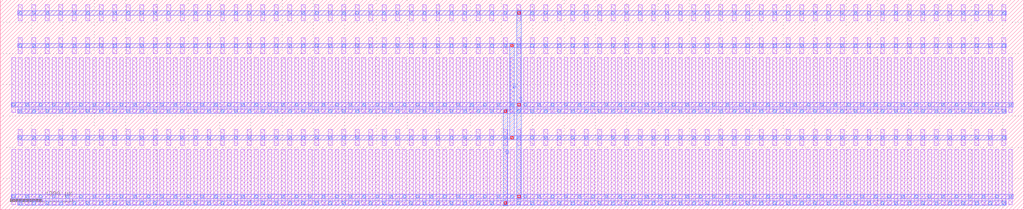
<source format=lef>
MACRO NMOS_S_12565100_X74_Y2
  UNITS 
    DATABASE MICRONS UNITS 1000;
  END UNITS 
  ORIGIN 0 0 ;
  FOREIGN NMOS_S_12565100_X74_Y2 0 0 ;
  SIZE 65360 BY 13440 ;
  PIN D
    DIRECTION INOUT ;
    USE SIGNAL ;
    PORT
      LAYER M3 ;
        RECT 32110 260 32390 6460 ;
    END
  END D
  PIN G
    DIRECTION INOUT ;
    USE SIGNAL ;
    PORT
      LAYER M3 ;
        RECT 32540 4460 32820 10660 ;
    END
  END G
  PIN S
    DIRECTION INOUT ;
    USE SIGNAL ;
    PORT
      LAYER M3 ;
        RECT 32970 680 33250 12760 ;
    END
  END S
  OBS
    LAYER M1 ;
      RECT 1165 335 1415 3865 ;
    LAYER M1 ;
      RECT 1165 4115 1415 5125 ;
    LAYER M1 ;
      RECT 1165 6215 1415 9745 ;
    LAYER M1 ;
      RECT 1165 9995 1415 11005 ;
    LAYER M1 ;
      RECT 1165 12095 1415 13105 ;
    LAYER M1 ;
      RECT 735 335 985 3865 ;
    LAYER M1 ;
      RECT 735 6215 985 9745 ;
    LAYER M1 ;
      RECT 1595 335 1845 3865 ;
    LAYER M1 ;
      RECT 1595 6215 1845 9745 ;
    LAYER M1 ;
      RECT 2025 335 2275 3865 ;
    LAYER M1 ;
      RECT 2025 4115 2275 5125 ;
    LAYER M1 ;
      RECT 2025 6215 2275 9745 ;
    LAYER M1 ;
      RECT 2025 9995 2275 11005 ;
    LAYER M1 ;
      RECT 2025 12095 2275 13105 ;
    LAYER M1 ;
      RECT 2455 335 2705 3865 ;
    LAYER M1 ;
      RECT 2455 6215 2705 9745 ;
    LAYER M1 ;
      RECT 2885 335 3135 3865 ;
    LAYER M1 ;
      RECT 2885 4115 3135 5125 ;
    LAYER M1 ;
      RECT 2885 6215 3135 9745 ;
    LAYER M1 ;
      RECT 2885 9995 3135 11005 ;
    LAYER M1 ;
      RECT 2885 12095 3135 13105 ;
    LAYER M1 ;
      RECT 3315 335 3565 3865 ;
    LAYER M1 ;
      RECT 3315 6215 3565 9745 ;
    LAYER M1 ;
      RECT 3745 335 3995 3865 ;
    LAYER M1 ;
      RECT 3745 4115 3995 5125 ;
    LAYER M1 ;
      RECT 3745 6215 3995 9745 ;
    LAYER M1 ;
      RECT 3745 9995 3995 11005 ;
    LAYER M1 ;
      RECT 3745 12095 3995 13105 ;
    LAYER M1 ;
      RECT 4175 335 4425 3865 ;
    LAYER M1 ;
      RECT 4175 6215 4425 9745 ;
    LAYER M1 ;
      RECT 4605 335 4855 3865 ;
    LAYER M1 ;
      RECT 4605 4115 4855 5125 ;
    LAYER M1 ;
      RECT 4605 6215 4855 9745 ;
    LAYER M1 ;
      RECT 4605 9995 4855 11005 ;
    LAYER M1 ;
      RECT 4605 12095 4855 13105 ;
    LAYER M1 ;
      RECT 5035 335 5285 3865 ;
    LAYER M1 ;
      RECT 5035 6215 5285 9745 ;
    LAYER M1 ;
      RECT 5465 335 5715 3865 ;
    LAYER M1 ;
      RECT 5465 4115 5715 5125 ;
    LAYER M1 ;
      RECT 5465 6215 5715 9745 ;
    LAYER M1 ;
      RECT 5465 9995 5715 11005 ;
    LAYER M1 ;
      RECT 5465 12095 5715 13105 ;
    LAYER M1 ;
      RECT 5895 335 6145 3865 ;
    LAYER M1 ;
      RECT 5895 6215 6145 9745 ;
    LAYER M1 ;
      RECT 6325 335 6575 3865 ;
    LAYER M1 ;
      RECT 6325 4115 6575 5125 ;
    LAYER M1 ;
      RECT 6325 6215 6575 9745 ;
    LAYER M1 ;
      RECT 6325 9995 6575 11005 ;
    LAYER M1 ;
      RECT 6325 12095 6575 13105 ;
    LAYER M1 ;
      RECT 6755 335 7005 3865 ;
    LAYER M1 ;
      RECT 6755 6215 7005 9745 ;
    LAYER M1 ;
      RECT 7185 335 7435 3865 ;
    LAYER M1 ;
      RECT 7185 4115 7435 5125 ;
    LAYER M1 ;
      RECT 7185 6215 7435 9745 ;
    LAYER M1 ;
      RECT 7185 9995 7435 11005 ;
    LAYER M1 ;
      RECT 7185 12095 7435 13105 ;
    LAYER M1 ;
      RECT 7615 335 7865 3865 ;
    LAYER M1 ;
      RECT 7615 6215 7865 9745 ;
    LAYER M1 ;
      RECT 8045 335 8295 3865 ;
    LAYER M1 ;
      RECT 8045 4115 8295 5125 ;
    LAYER M1 ;
      RECT 8045 6215 8295 9745 ;
    LAYER M1 ;
      RECT 8045 9995 8295 11005 ;
    LAYER M1 ;
      RECT 8045 12095 8295 13105 ;
    LAYER M1 ;
      RECT 8475 335 8725 3865 ;
    LAYER M1 ;
      RECT 8475 6215 8725 9745 ;
    LAYER M1 ;
      RECT 8905 335 9155 3865 ;
    LAYER M1 ;
      RECT 8905 4115 9155 5125 ;
    LAYER M1 ;
      RECT 8905 6215 9155 9745 ;
    LAYER M1 ;
      RECT 8905 9995 9155 11005 ;
    LAYER M1 ;
      RECT 8905 12095 9155 13105 ;
    LAYER M1 ;
      RECT 9335 335 9585 3865 ;
    LAYER M1 ;
      RECT 9335 6215 9585 9745 ;
    LAYER M1 ;
      RECT 9765 335 10015 3865 ;
    LAYER M1 ;
      RECT 9765 4115 10015 5125 ;
    LAYER M1 ;
      RECT 9765 6215 10015 9745 ;
    LAYER M1 ;
      RECT 9765 9995 10015 11005 ;
    LAYER M1 ;
      RECT 9765 12095 10015 13105 ;
    LAYER M1 ;
      RECT 10195 335 10445 3865 ;
    LAYER M1 ;
      RECT 10195 6215 10445 9745 ;
    LAYER M1 ;
      RECT 10625 335 10875 3865 ;
    LAYER M1 ;
      RECT 10625 4115 10875 5125 ;
    LAYER M1 ;
      RECT 10625 6215 10875 9745 ;
    LAYER M1 ;
      RECT 10625 9995 10875 11005 ;
    LAYER M1 ;
      RECT 10625 12095 10875 13105 ;
    LAYER M1 ;
      RECT 11055 335 11305 3865 ;
    LAYER M1 ;
      RECT 11055 6215 11305 9745 ;
    LAYER M1 ;
      RECT 11485 335 11735 3865 ;
    LAYER M1 ;
      RECT 11485 4115 11735 5125 ;
    LAYER M1 ;
      RECT 11485 6215 11735 9745 ;
    LAYER M1 ;
      RECT 11485 9995 11735 11005 ;
    LAYER M1 ;
      RECT 11485 12095 11735 13105 ;
    LAYER M1 ;
      RECT 11915 335 12165 3865 ;
    LAYER M1 ;
      RECT 11915 6215 12165 9745 ;
    LAYER M1 ;
      RECT 12345 335 12595 3865 ;
    LAYER M1 ;
      RECT 12345 4115 12595 5125 ;
    LAYER M1 ;
      RECT 12345 6215 12595 9745 ;
    LAYER M1 ;
      RECT 12345 9995 12595 11005 ;
    LAYER M1 ;
      RECT 12345 12095 12595 13105 ;
    LAYER M1 ;
      RECT 12775 335 13025 3865 ;
    LAYER M1 ;
      RECT 12775 6215 13025 9745 ;
    LAYER M1 ;
      RECT 13205 335 13455 3865 ;
    LAYER M1 ;
      RECT 13205 4115 13455 5125 ;
    LAYER M1 ;
      RECT 13205 6215 13455 9745 ;
    LAYER M1 ;
      RECT 13205 9995 13455 11005 ;
    LAYER M1 ;
      RECT 13205 12095 13455 13105 ;
    LAYER M1 ;
      RECT 13635 335 13885 3865 ;
    LAYER M1 ;
      RECT 13635 6215 13885 9745 ;
    LAYER M1 ;
      RECT 14065 335 14315 3865 ;
    LAYER M1 ;
      RECT 14065 4115 14315 5125 ;
    LAYER M1 ;
      RECT 14065 6215 14315 9745 ;
    LAYER M1 ;
      RECT 14065 9995 14315 11005 ;
    LAYER M1 ;
      RECT 14065 12095 14315 13105 ;
    LAYER M1 ;
      RECT 14495 335 14745 3865 ;
    LAYER M1 ;
      RECT 14495 6215 14745 9745 ;
    LAYER M1 ;
      RECT 14925 335 15175 3865 ;
    LAYER M1 ;
      RECT 14925 4115 15175 5125 ;
    LAYER M1 ;
      RECT 14925 6215 15175 9745 ;
    LAYER M1 ;
      RECT 14925 9995 15175 11005 ;
    LAYER M1 ;
      RECT 14925 12095 15175 13105 ;
    LAYER M1 ;
      RECT 15355 335 15605 3865 ;
    LAYER M1 ;
      RECT 15355 6215 15605 9745 ;
    LAYER M1 ;
      RECT 15785 335 16035 3865 ;
    LAYER M1 ;
      RECT 15785 4115 16035 5125 ;
    LAYER M1 ;
      RECT 15785 6215 16035 9745 ;
    LAYER M1 ;
      RECT 15785 9995 16035 11005 ;
    LAYER M1 ;
      RECT 15785 12095 16035 13105 ;
    LAYER M1 ;
      RECT 16215 335 16465 3865 ;
    LAYER M1 ;
      RECT 16215 6215 16465 9745 ;
    LAYER M1 ;
      RECT 16645 335 16895 3865 ;
    LAYER M1 ;
      RECT 16645 4115 16895 5125 ;
    LAYER M1 ;
      RECT 16645 6215 16895 9745 ;
    LAYER M1 ;
      RECT 16645 9995 16895 11005 ;
    LAYER M1 ;
      RECT 16645 12095 16895 13105 ;
    LAYER M1 ;
      RECT 17075 335 17325 3865 ;
    LAYER M1 ;
      RECT 17075 6215 17325 9745 ;
    LAYER M1 ;
      RECT 17505 335 17755 3865 ;
    LAYER M1 ;
      RECT 17505 4115 17755 5125 ;
    LAYER M1 ;
      RECT 17505 6215 17755 9745 ;
    LAYER M1 ;
      RECT 17505 9995 17755 11005 ;
    LAYER M1 ;
      RECT 17505 12095 17755 13105 ;
    LAYER M1 ;
      RECT 17935 335 18185 3865 ;
    LAYER M1 ;
      RECT 17935 6215 18185 9745 ;
    LAYER M1 ;
      RECT 18365 335 18615 3865 ;
    LAYER M1 ;
      RECT 18365 4115 18615 5125 ;
    LAYER M1 ;
      RECT 18365 6215 18615 9745 ;
    LAYER M1 ;
      RECT 18365 9995 18615 11005 ;
    LAYER M1 ;
      RECT 18365 12095 18615 13105 ;
    LAYER M1 ;
      RECT 18795 335 19045 3865 ;
    LAYER M1 ;
      RECT 18795 6215 19045 9745 ;
    LAYER M1 ;
      RECT 19225 335 19475 3865 ;
    LAYER M1 ;
      RECT 19225 4115 19475 5125 ;
    LAYER M1 ;
      RECT 19225 6215 19475 9745 ;
    LAYER M1 ;
      RECT 19225 9995 19475 11005 ;
    LAYER M1 ;
      RECT 19225 12095 19475 13105 ;
    LAYER M1 ;
      RECT 19655 335 19905 3865 ;
    LAYER M1 ;
      RECT 19655 6215 19905 9745 ;
    LAYER M1 ;
      RECT 20085 335 20335 3865 ;
    LAYER M1 ;
      RECT 20085 4115 20335 5125 ;
    LAYER M1 ;
      RECT 20085 6215 20335 9745 ;
    LAYER M1 ;
      RECT 20085 9995 20335 11005 ;
    LAYER M1 ;
      RECT 20085 12095 20335 13105 ;
    LAYER M1 ;
      RECT 20515 335 20765 3865 ;
    LAYER M1 ;
      RECT 20515 6215 20765 9745 ;
    LAYER M1 ;
      RECT 20945 335 21195 3865 ;
    LAYER M1 ;
      RECT 20945 4115 21195 5125 ;
    LAYER M1 ;
      RECT 20945 6215 21195 9745 ;
    LAYER M1 ;
      RECT 20945 9995 21195 11005 ;
    LAYER M1 ;
      RECT 20945 12095 21195 13105 ;
    LAYER M1 ;
      RECT 21375 335 21625 3865 ;
    LAYER M1 ;
      RECT 21375 6215 21625 9745 ;
    LAYER M1 ;
      RECT 21805 335 22055 3865 ;
    LAYER M1 ;
      RECT 21805 4115 22055 5125 ;
    LAYER M1 ;
      RECT 21805 6215 22055 9745 ;
    LAYER M1 ;
      RECT 21805 9995 22055 11005 ;
    LAYER M1 ;
      RECT 21805 12095 22055 13105 ;
    LAYER M1 ;
      RECT 22235 335 22485 3865 ;
    LAYER M1 ;
      RECT 22235 6215 22485 9745 ;
    LAYER M1 ;
      RECT 22665 335 22915 3865 ;
    LAYER M1 ;
      RECT 22665 4115 22915 5125 ;
    LAYER M1 ;
      RECT 22665 6215 22915 9745 ;
    LAYER M1 ;
      RECT 22665 9995 22915 11005 ;
    LAYER M1 ;
      RECT 22665 12095 22915 13105 ;
    LAYER M1 ;
      RECT 23095 335 23345 3865 ;
    LAYER M1 ;
      RECT 23095 6215 23345 9745 ;
    LAYER M1 ;
      RECT 23525 335 23775 3865 ;
    LAYER M1 ;
      RECT 23525 4115 23775 5125 ;
    LAYER M1 ;
      RECT 23525 6215 23775 9745 ;
    LAYER M1 ;
      RECT 23525 9995 23775 11005 ;
    LAYER M1 ;
      RECT 23525 12095 23775 13105 ;
    LAYER M1 ;
      RECT 23955 335 24205 3865 ;
    LAYER M1 ;
      RECT 23955 6215 24205 9745 ;
    LAYER M1 ;
      RECT 24385 335 24635 3865 ;
    LAYER M1 ;
      RECT 24385 4115 24635 5125 ;
    LAYER M1 ;
      RECT 24385 6215 24635 9745 ;
    LAYER M1 ;
      RECT 24385 9995 24635 11005 ;
    LAYER M1 ;
      RECT 24385 12095 24635 13105 ;
    LAYER M1 ;
      RECT 24815 335 25065 3865 ;
    LAYER M1 ;
      RECT 24815 6215 25065 9745 ;
    LAYER M1 ;
      RECT 25245 335 25495 3865 ;
    LAYER M1 ;
      RECT 25245 4115 25495 5125 ;
    LAYER M1 ;
      RECT 25245 6215 25495 9745 ;
    LAYER M1 ;
      RECT 25245 9995 25495 11005 ;
    LAYER M1 ;
      RECT 25245 12095 25495 13105 ;
    LAYER M1 ;
      RECT 25675 335 25925 3865 ;
    LAYER M1 ;
      RECT 25675 6215 25925 9745 ;
    LAYER M1 ;
      RECT 26105 335 26355 3865 ;
    LAYER M1 ;
      RECT 26105 4115 26355 5125 ;
    LAYER M1 ;
      RECT 26105 6215 26355 9745 ;
    LAYER M1 ;
      RECT 26105 9995 26355 11005 ;
    LAYER M1 ;
      RECT 26105 12095 26355 13105 ;
    LAYER M1 ;
      RECT 26535 335 26785 3865 ;
    LAYER M1 ;
      RECT 26535 6215 26785 9745 ;
    LAYER M1 ;
      RECT 26965 335 27215 3865 ;
    LAYER M1 ;
      RECT 26965 4115 27215 5125 ;
    LAYER M1 ;
      RECT 26965 6215 27215 9745 ;
    LAYER M1 ;
      RECT 26965 9995 27215 11005 ;
    LAYER M1 ;
      RECT 26965 12095 27215 13105 ;
    LAYER M1 ;
      RECT 27395 335 27645 3865 ;
    LAYER M1 ;
      RECT 27395 6215 27645 9745 ;
    LAYER M1 ;
      RECT 27825 335 28075 3865 ;
    LAYER M1 ;
      RECT 27825 4115 28075 5125 ;
    LAYER M1 ;
      RECT 27825 6215 28075 9745 ;
    LAYER M1 ;
      RECT 27825 9995 28075 11005 ;
    LAYER M1 ;
      RECT 27825 12095 28075 13105 ;
    LAYER M1 ;
      RECT 28255 335 28505 3865 ;
    LAYER M1 ;
      RECT 28255 6215 28505 9745 ;
    LAYER M1 ;
      RECT 28685 335 28935 3865 ;
    LAYER M1 ;
      RECT 28685 4115 28935 5125 ;
    LAYER M1 ;
      RECT 28685 6215 28935 9745 ;
    LAYER M1 ;
      RECT 28685 9995 28935 11005 ;
    LAYER M1 ;
      RECT 28685 12095 28935 13105 ;
    LAYER M1 ;
      RECT 29115 335 29365 3865 ;
    LAYER M1 ;
      RECT 29115 6215 29365 9745 ;
    LAYER M1 ;
      RECT 29545 335 29795 3865 ;
    LAYER M1 ;
      RECT 29545 4115 29795 5125 ;
    LAYER M1 ;
      RECT 29545 6215 29795 9745 ;
    LAYER M1 ;
      RECT 29545 9995 29795 11005 ;
    LAYER M1 ;
      RECT 29545 12095 29795 13105 ;
    LAYER M1 ;
      RECT 29975 335 30225 3865 ;
    LAYER M1 ;
      RECT 29975 6215 30225 9745 ;
    LAYER M1 ;
      RECT 30405 335 30655 3865 ;
    LAYER M1 ;
      RECT 30405 4115 30655 5125 ;
    LAYER M1 ;
      RECT 30405 6215 30655 9745 ;
    LAYER M1 ;
      RECT 30405 9995 30655 11005 ;
    LAYER M1 ;
      RECT 30405 12095 30655 13105 ;
    LAYER M1 ;
      RECT 30835 335 31085 3865 ;
    LAYER M1 ;
      RECT 30835 6215 31085 9745 ;
    LAYER M1 ;
      RECT 31265 335 31515 3865 ;
    LAYER M1 ;
      RECT 31265 4115 31515 5125 ;
    LAYER M1 ;
      RECT 31265 6215 31515 9745 ;
    LAYER M1 ;
      RECT 31265 9995 31515 11005 ;
    LAYER M1 ;
      RECT 31265 12095 31515 13105 ;
    LAYER M1 ;
      RECT 31695 335 31945 3865 ;
    LAYER M1 ;
      RECT 31695 6215 31945 9745 ;
    LAYER M1 ;
      RECT 32125 335 32375 3865 ;
    LAYER M1 ;
      RECT 32125 4115 32375 5125 ;
    LAYER M1 ;
      RECT 32125 6215 32375 9745 ;
    LAYER M1 ;
      RECT 32125 9995 32375 11005 ;
    LAYER M1 ;
      RECT 32125 12095 32375 13105 ;
    LAYER M1 ;
      RECT 32555 335 32805 3865 ;
    LAYER M1 ;
      RECT 32555 6215 32805 9745 ;
    LAYER M1 ;
      RECT 32985 335 33235 3865 ;
    LAYER M1 ;
      RECT 32985 4115 33235 5125 ;
    LAYER M1 ;
      RECT 32985 6215 33235 9745 ;
    LAYER M1 ;
      RECT 32985 9995 33235 11005 ;
    LAYER M1 ;
      RECT 32985 12095 33235 13105 ;
    LAYER M1 ;
      RECT 33415 335 33665 3865 ;
    LAYER M1 ;
      RECT 33415 6215 33665 9745 ;
    LAYER M1 ;
      RECT 33845 335 34095 3865 ;
    LAYER M1 ;
      RECT 33845 4115 34095 5125 ;
    LAYER M1 ;
      RECT 33845 6215 34095 9745 ;
    LAYER M1 ;
      RECT 33845 9995 34095 11005 ;
    LAYER M1 ;
      RECT 33845 12095 34095 13105 ;
    LAYER M1 ;
      RECT 34275 335 34525 3865 ;
    LAYER M1 ;
      RECT 34275 6215 34525 9745 ;
    LAYER M1 ;
      RECT 34705 335 34955 3865 ;
    LAYER M1 ;
      RECT 34705 4115 34955 5125 ;
    LAYER M1 ;
      RECT 34705 6215 34955 9745 ;
    LAYER M1 ;
      RECT 34705 9995 34955 11005 ;
    LAYER M1 ;
      RECT 34705 12095 34955 13105 ;
    LAYER M1 ;
      RECT 35135 335 35385 3865 ;
    LAYER M1 ;
      RECT 35135 6215 35385 9745 ;
    LAYER M1 ;
      RECT 35565 335 35815 3865 ;
    LAYER M1 ;
      RECT 35565 4115 35815 5125 ;
    LAYER M1 ;
      RECT 35565 6215 35815 9745 ;
    LAYER M1 ;
      RECT 35565 9995 35815 11005 ;
    LAYER M1 ;
      RECT 35565 12095 35815 13105 ;
    LAYER M1 ;
      RECT 35995 335 36245 3865 ;
    LAYER M1 ;
      RECT 35995 6215 36245 9745 ;
    LAYER M1 ;
      RECT 36425 335 36675 3865 ;
    LAYER M1 ;
      RECT 36425 4115 36675 5125 ;
    LAYER M1 ;
      RECT 36425 6215 36675 9745 ;
    LAYER M1 ;
      RECT 36425 9995 36675 11005 ;
    LAYER M1 ;
      RECT 36425 12095 36675 13105 ;
    LAYER M1 ;
      RECT 36855 335 37105 3865 ;
    LAYER M1 ;
      RECT 36855 6215 37105 9745 ;
    LAYER M1 ;
      RECT 37285 335 37535 3865 ;
    LAYER M1 ;
      RECT 37285 4115 37535 5125 ;
    LAYER M1 ;
      RECT 37285 6215 37535 9745 ;
    LAYER M1 ;
      RECT 37285 9995 37535 11005 ;
    LAYER M1 ;
      RECT 37285 12095 37535 13105 ;
    LAYER M1 ;
      RECT 37715 335 37965 3865 ;
    LAYER M1 ;
      RECT 37715 6215 37965 9745 ;
    LAYER M1 ;
      RECT 38145 335 38395 3865 ;
    LAYER M1 ;
      RECT 38145 4115 38395 5125 ;
    LAYER M1 ;
      RECT 38145 6215 38395 9745 ;
    LAYER M1 ;
      RECT 38145 9995 38395 11005 ;
    LAYER M1 ;
      RECT 38145 12095 38395 13105 ;
    LAYER M1 ;
      RECT 38575 335 38825 3865 ;
    LAYER M1 ;
      RECT 38575 6215 38825 9745 ;
    LAYER M1 ;
      RECT 39005 335 39255 3865 ;
    LAYER M1 ;
      RECT 39005 4115 39255 5125 ;
    LAYER M1 ;
      RECT 39005 6215 39255 9745 ;
    LAYER M1 ;
      RECT 39005 9995 39255 11005 ;
    LAYER M1 ;
      RECT 39005 12095 39255 13105 ;
    LAYER M1 ;
      RECT 39435 335 39685 3865 ;
    LAYER M1 ;
      RECT 39435 6215 39685 9745 ;
    LAYER M1 ;
      RECT 39865 335 40115 3865 ;
    LAYER M1 ;
      RECT 39865 4115 40115 5125 ;
    LAYER M1 ;
      RECT 39865 6215 40115 9745 ;
    LAYER M1 ;
      RECT 39865 9995 40115 11005 ;
    LAYER M1 ;
      RECT 39865 12095 40115 13105 ;
    LAYER M1 ;
      RECT 40295 335 40545 3865 ;
    LAYER M1 ;
      RECT 40295 6215 40545 9745 ;
    LAYER M1 ;
      RECT 40725 335 40975 3865 ;
    LAYER M1 ;
      RECT 40725 4115 40975 5125 ;
    LAYER M1 ;
      RECT 40725 6215 40975 9745 ;
    LAYER M1 ;
      RECT 40725 9995 40975 11005 ;
    LAYER M1 ;
      RECT 40725 12095 40975 13105 ;
    LAYER M1 ;
      RECT 41155 335 41405 3865 ;
    LAYER M1 ;
      RECT 41155 6215 41405 9745 ;
    LAYER M1 ;
      RECT 41585 335 41835 3865 ;
    LAYER M1 ;
      RECT 41585 4115 41835 5125 ;
    LAYER M1 ;
      RECT 41585 6215 41835 9745 ;
    LAYER M1 ;
      RECT 41585 9995 41835 11005 ;
    LAYER M1 ;
      RECT 41585 12095 41835 13105 ;
    LAYER M1 ;
      RECT 42015 335 42265 3865 ;
    LAYER M1 ;
      RECT 42015 6215 42265 9745 ;
    LAYER M1 ;
      RECT 42445 335 42695 3865 ;
    LAYER M1 ;
      RECT 42445 4115 42695 5125 ;
    LAYER M1 ;
      RECT 42445 6215 42695 9745 ;
    LAYER M1 ;
      RECT 42445 9995 42695 11005 ;
    LAYER M1 ;
      RECT 42445 12095 42695 13105 ;
    LAYER M1 ;
      RECT 42875 335 43125 3865 ;
    LAYER M1 ;
      RECT 42875 6215 43125 9745 ;
    LAYER M1 ;
      RECT 43305 335 43555 3865 ;
    LAYER M1 ;
      RECT 43305 4115 43555 5125 ;
    LAYER M1 ;
      RECT 43305 6215 43555 9745 ;
    LAYER M1 ;
      RECT 43305 9995 43555 11005 ;
    LAYER M1 ;
      RECT 43305 12095 43555 13105 ;
    LAYER M1 ;
      RECT 43735 335 43985 3865 ;
    LAYER M1 ;
      RECT 43735 6215 43985 9745 ;
    LAYER M1 ;
      RECT 44165 335 44415 3865 ;
    LAYER M1 ;
      RECT 44165 4115 44415 5125 ;
    LAYER M1 ;
      RECT 44165 6215 44415 9745 ;
    LAYER M1 ;
      RECT 44165 9995 44415 11005 ;
    LAYER M1 ;
      RECT 44165 12095 44415 13105 ;
    LAYER M1 ;
      RECT 44595 335 44845 3865 ;
    LAYER M1 ;
      RECT 44595 6215 44845 9745 ;
    LAYER M1 ;
      RECT 45025 335 45275 3865 ;
    LAYER M1 ;
      RECT 45025 4115 45275 5125 ;
    LAYER M1 ;
      RECT 45025 6215 45275 9745 ;
    LAYER M1 ;
      RECT 45025 9995 45275 11005 ;
    LAYER M1 ;
      RECT 45025 12095 45275 13105 ;
    LAYER M1 ;
      RECT 45455 335 45705 3865 ;
    LAYER M1 ;
      RECT 45455 6215 45705 9745 ;
    LAYER M1 ;
      RECT 45885 335 46135 3865 ;
    LAYER M1 ;
      RECT 45885 4115 46135 5125 ;
    LAYER M1 ;
      RECT 45885 6215 46135 9745 ;
    LAYER M1 ;
      RECT 45885 9995 46135 11005 ;
    LAYER M1 ;
      RECT 45885 12095 46135 13105 ;
    LAYER M1 ;
      RECT 46315 335 46565 3865 ;
    LAYER M1 ;
      RECT 46315 6215 46565 9745 ;
    LAYER M1 ;
      RECT 46745 335 46995 3865 ;
    LAYER M1 ;
      RECT 46745 4115 46995 5125 ;
    LAYER M1 ;
      RECT 46745 6215 46995 9745 ;
    LAYER M1 ;
      RECT 46745 9995 46995 11005 ;
    LAYER M1 ;
      RECT 46745 12095 46995 13105 ;
    LAYER M1 ;
      RECT 47175 335 47425 3865 ;
    LAYER M1 ;
      RECT 47175 6215 47425 9745 ;
    LAYER M1 ;
      RECT 47605 335 47855 3865 ;
    LAYER M1 ;
      RECT 47605 4115 47855 5125 ;
    LAYER M1 ;
      RECT 47605 6215 47855 9745 ;
    LAYER M1 ;
      RECT 47605 9995 47855 11005 ;
    LAYER M1 ;
      RECT 47605 12095 47855 13105 ;
    LAYER M1 ;
      RECT 48035 335 48285 3865 ;
    LAYER M1 ;
      RECT 48035 6215 48285 9745 ;
    LAYER M1 ;
      RECT 48465 335 48715 3865 ;
    LAYER M1 ;
      RECT 48465 4115 48715 5125 ;
    LAYER M1 ;
      RECT 48465 6215 48715 9745 ;
    LAYER M1 ;
      RECT 48465 9995 48715 11005 ;
    LAYER M1 ;
      RECT 48465 12095 48715 13105 ;
    LAYER M1 ;
      RECT 48895 335 49145 3865 ;
    LAYER M1 ;
      RECT 48895 6215 49145 9745 ;
    LAYER M1 ;
      RECT 49325 335 49575 3865 ;
    LAYER M1 ;
      RECT 49325 4115 49575 5125 ;
    LAYER M1 ;
      RECT 49325 6215 49575 9745 ;
    LAYER M1 ;
      RECT 49325 9995 49575 11005 ;
    LAYER M1 ;
      RECT 49325 12095 49575 13105 ;
    LAYER M1 ;
      RECT 49755 335 50005 3865 ;
    LAYER M1 ;
      RECT 49755 6215 50005 9745 ;
    LAYER M1 ;
      RECT 50185 335 50435 3865 ;
    LAYER M1 ;
      RECT 50185 4115 50435 5125 ;
    LAYER M1 ;
      RECT 50185 6215 50435 9745 ;
    LAYER M1 ;
      RECT 50185 9995 50435 11005 ;
    LAYER M1 ;
      RECT 50185 12095 50435 13105 ;
    LAYER M1 ;
      RECT 50615 335 50865 3865 ;
    LAYER M1 ;
      RECT 50615 6215 50865 9745 ;
    LAYER M1 ;
      RECT 51045 335 51295 3865 ;
    LAYER M1 ;
      RECT 51045 4115 51295 5125 ;
    LAYER M1 ;
      RECT 51045 6215 51295 9745 ;
    LAYER M1 ;
      RECT 51045 9995 51295 11005 ;
    LAYER M1 ;
      RECT 51045 12095 51295 13105 ;
    LAYER M1 ;
      RECT 51475 335 51725 3865 ;
    LAYER M1 ;
      RECT 51475 6215 51725 9745 ;
    LAYER M1 ;
      RECT 51905 335 52155 3865 ;
    LAYER M1 ;
      RECT 51905 4115 52155 5125 ;
    LAYER M1 ;
      RECT 51905 6215 52155 9745 ;
    LAYER M1 ;
      RECT 51905 9995 52155 11005 ;
    LAYER M1 ;
      RECT 51905 12095 52155 13105 ;
    LAYER M1 ;
      RECT 52335 335 52585 3865 ;
    LAYER M1 ;
      RECT 52335 6215 52585 9745 ;
    LAYER M1 ;
      RECT 52765 335 53015 3865 ;
    LAYER M1 ;
      RECT 52765 4115 53015 5125 ;
    LAYER M1 ;
      RECT 52765 6215 53015 9745 ;
    LAYER M1 ;
      RECT 52765 9995 53015 11005 ;
    LAYER M1 ;
      RECT 52765 12095 53015 13105 ;
    LAYER M1 ;
      RECT 53195 335 53445 3865 ;
    LAYER M1 ;
      RECT 53195 6215 53445 9745 ;
    LAYER M1 ;
      RECT 53625 335 53875 3865 ;
    LAYER M1 ;
      RECT 53625 4115 53875 5125 ;
    LAYER M1 ;
      RECT 53625 6215 53875 9745 ;
    LAYER M1 ;
      RECT 53625 9995 53875 11005 ;
    LAYER M1 ;
      RECT 53625 12095 53875 13105 ;
    LAYER M1 ;
      RECT 54055 335 54305 3865 ;
    LAYER M1 ;
      RECT 54055 6215 54305 9745 ;
    LAYER M1 ;
      RECT 54485 335 54735 3865 ;
    LAYER M1 ;
      RECT 54485 4115 54735 5125 ;
    LAYER M1 ;
      RECT 54485 6215 54735 9745 ;
    LAYER M1 ;
      RECT 54485 9995 54735 11005 ;
    LAYER M1 ;
      RECT 54485 12095 54735 13105 ;
    LAYER M1 ;
      RECT 54915 335 55165 3865 ;
    LAYER M1 ;
      RECT 54915 6215 55165 9745 ;
    LAYER M1 ;
      RECT 55345 335 55595 3865 ;
    LAYER M1 ;
      RECT 55345 4115 55595 5125 ;
    LAYER M1 ;
      RECT 55345 6215 55595 9745 ;
    LAYER M1 ;
      RECT 55345 9995 55595 11005 ;
    LAYER M1 ;
      RECT 55345 12095 55595 13105 ;
    LAYER M1 ;
      RECT 55775 335 56025 3865 ;
    LAYER M1 ;
      RECT 55775 6215 56025 9745 ;
    LAYER M1 ;
      RECT 56205 335 56455 3865 ;
    LAYER M1 ;
      RECT 56205 4115 56455 5125 ;
    LAYER M1 ;
      RECT 56205 6215 56455 9745 ;
    LAYER M1 ;
      RECT 56205 9995 56455 11005 ;
    LAYER M1 ;
      RECT 56205 12095 56455 13105 ;
    LAYER M1 ;
      RECT 56635 335 56885 3865 ;
    LAYER M1 ;
      RECT 56635 6215 56885 9745 ;
    LAYER M1 ;
      RECT 57065 335 57315 3865 ;
    LAYER M1 ;
      RECT 57065 4115 57315 5125 ;
    LAYER M1 ;
      RECT 57065 6215 57315 9745 ;
    LAYER M1 ;
      RECT 57065 9995 57315 11005 ;
    LAYER M1 ;
      RECT 57065 12095 57315 13105 ;
    LAYER M1 ;
      RECT 57495 335 57745 3865 ;
    LAYER M1 ;
      RECT 57495 6215 57745 9745 ;
    LAYER M1 ;
      RECT 57925 335 58175 3865 ;
    LAYER M1 ;
      RECT 57925 4115 58175 5125 ;
    LAYER M1 ;
      RECT 57925 6215 58175 9745 ;
    LAYER M1 ;
      RECT 57925 9995 58175 11005 ;
    LAYER M1 ;
      RECT 57925 12095 58175 13105 ;
    LAYER M1 ;
      RECT 58355 335 58605 3865 ;
    LAYER M1 ;
      RECT 58355 6215 58605 9745 ;
    LAYER M1 ;
      RECT 58785 335 59035 3865 ;
    LAYER M1 ;
      RECT 58785 4115 59035 5125 ;
    LAYER M1 ;
      RECT 58785 6215 59035 9745 ;
    LAYER M1 ;
      RECT 58785 9995 59035 11005 ;
    LAYER M1 ;
      RECT 58785 12095 59035 13105 ;
    LAYER M1 ;
      RECT 59215 335 59465 3865 ;
    LAYER M1 ;
      RECT 59215 6215 59465 9745 ;
    LAYER M1 ;
      RECT 59645 335 59895 3865 ;
    LAYER M1 ;
      RECT 59645 4115 59895 5125 ;
    LAYER M1 ;
      RECT 59645 6215 59895 9745 ;
    LAYER M1 ;
      RECT 59645 9995 59895 11005 ;
    LAYER M1 ;
      RECT 59645 12095 59895 13105 ;
    LAYER M1 ;
      RECT 60075 335 60325 3865 ;
    LAYER M1 ;
      RECT 60075 6215 60325 9745 ;
    LAYER M1 ;
      RECT 60505 335 60755 3865 ;
    LAYER M1 ;
      RECT 60505 4115 60755 5125 ;
    LAYER M1 ;
      RECT 60505 6215 60755 9745 ;
    LAYER M1 ;
      RECT 60505 9995 60755 11005 ;
    LAYER M1 ;
      RECT 60505 12095 60755 13105 ;
    LAYER M1 ;
      RECT 60935 335 61185 3865 ;
    LAYER M1 ;
      RECT 60935 6215 61185 9745 ;
    LAYER M1 ;
      RECT 61365 335 61615 3865 ;
    LAYER M1 ;
      RECT 61365 4115 61615 5125 ;
    LAYER M1 ;
      RECT 61365 6215 61615 9745 ;
    LAYER M1 ;
      RECT 61365 9995 61615 11005 ;
    LAYER M1 ;
      RECT 61365 12095 61615 13105 ;
    LAYER M1 ;
      RECT 61795 335 62045 3865 ;
    LAYER M1 ;
      RECT 61795 6215 62045 9745 ;
    LAYER M1 ;
      RECT 62225 335 62475 3865 ;
    LAYER M1 ;
      RECT 62225 4115 62475 5125 ;
    LAYER M1 ;
      RECT 62225 6215 62475 9745 ;
    LAYER M1 ;
      RECT 62225 9995 62475 11005 ;
    LAYER M1 ;
      RECT 62225 12095 62475 13105 ;
    LAYER M1 ;
      RECT 62655 335 62905 3865 ;
    LAYER M1 ;
      RECT 62655 6215 62905 9745 ;
    LAYER M1 ;
      RECT 63085 335 63335 3865 ;
    LAYER M1 ;
      RECT 63085 4115 63335 5125 ;
    LAYER M1 ;
      RECT 63085 6215 63335 9745 ;
    LAYER M1 ;
      RECT 63085 9995 63335 11005 ;
    LAYER M1 ;
      RECT 63085 12095 63335 13105 ;
    LAYER M1 ;
      RECT 63515 335 63765 3865 ;
    LAYER M1 ;
      RECT 63515 6215 63765 9745 ;
    LAYER M1 ;
      RECT 63945 335 64195 3865 ;
    LAYER M1 ;
      RECT 63945 4115 64195 5125 ;
    LAYER M1 ;
      RECT 63945 6215 64195 9745 ;
    LAYER M1 ;
      RECT 63945 9995 64195 11005 ;
    LAYER M1 ;
      RECT 63945 12095 64195 13105 ;
    LAYER M1 ;
      RECT 64375 335 64625 3865 ;
    LAYER M1 ;
      RECT 64375 6215 64625 9745 ;
    LAYER M2 ;
      RECT 1120 280 64240 560 ;
    LAYER M2 ;
      RECT 1120 4480 64240 4760 ;
    LAYER M2 ;
      RECT 690 700 64670 980 ;
    LAYER M2 ;
      RECT 1120 6160 64240 6440 ;
    LAYER M2 ;
      RECT 1120 10360 64240 10640 ;
    LAYER M2 ;
      RECT 1120 12460 64240 12740 ;
    LAYER M2 ;
      RECT 690 6580 64670 6860 ;
    LAYER V1 ;
      RECT 54525 335 54695 505 ;
    LAYER V1 ;
      RECT 54525 4535 54695 4705 ;
    LAYER V1 ;
      RECT 54525 6215 54695 6385 ;
    LAYER V1 ;
      RECT 54525 10415 54695 10585 ;
    LAYER V1 ;
      RECT 54525 12515 54695 12685 ;
    LAYER V1 ;
      RECT 55385 335 55555 505 ;
    LAYER V1 ;
      RECT 55385 4535 55555 4705 ;
    LAYER V1 ;
      RECT 55385 6215 55555 6385 ;
    LAYER V1 ;
      RECT 55385 10415 55555 10585 ;
    LAYER V1 ;
      RECT 55385 12515 55555 12685 ;
    LAYER V1 ;
      RECT 56245 335 56415 505 ;
    LAYER V1 ;
      RECT 56245 4535 56415 4705 ;
    LAYER V1 ;
      RECT 56245 6215 56415 6385 ;
    LAYER V1 ;
      RECT 56245 10415 56415 10585 ;
    LAYER V1 ;
      RECT 56245 12515 56415 12685 ;
    LAYER V1 ;
      RECT 1205 335 1375 505 ;
    LAYER V1 ;
      RECT 1205 4535 1375 4705 ;
    LAYER V1 ;
      RECT 1205 6215 1375 6385 ;
    LAYER V1 ;
      RECT 1205 10415 1375 10585 ;
    LAYER V1 ;
      RECT 1205 12515 1375 12685 ;
    LAYER V1 ;
      RECT 2065 335 2235 505 ;
    LAYER V1 ;
      RECT 2065 4535 2235 4705 ;
    LAYER V1 ;
      RECT 2065 6215 2235 6385 ;
    LAYER V1 ;
      RECT 2065 10415 2235 10585 ;
    LAYER V1 ;
      RECT 2065 12515 2235 12685 ;
    LAYER V1 ;
      RECT 57105 335 57275 505 ;
    LAYER V1 ;
      RECT 57105 4535 57275 4705 ;
    LAYER V1 ;
      RECT 57105 6215 57275 6385 ;
    LAYER V1 ;
      RECT 57105 10415 57275 10585 ;
    LAYER V1 ;
      RECT 57105 12515 57275 12685 ;
    LAYER V1 ;
      RECT 57965 335 58135 505 ;
    LAYER V1 ;
      RECT 57965 4535 58135 4705 ;
    LAYER V1 ;
      RECT 57965 6215 58135 6385 ;
    LAYER V1 ;
      RECT 57965 10415 58135 10585 ;
    LAYER V1 ;
      RECT 57965 12515 58135 12685 ;
    LAYER V1 ;
      RECT 2925 335 3095 505 ;
    LAYER V1 ;
      RECT 2925 4535 3095 4705 ;
    LAYER V1 ;
      RECT 2925 6215 3095 6385 ;
    LAYER V1 ;
      RECT 2925 10415 3095 10585 ;
    LAYER V1 ;
      RECT 2925 12515 3095 12685 ;
    LAYER V1 ;
      RECT 3785 335 3955 505 ;
    LAYER V1 ;
      RECT 3785 4535 3955 4705 ;
    LAYER V1 ;
      RECT 3785 6215 3955 6385 ;
    LAYER V1 ;
      RECT 3785 10415 3955 10585 ;
    LAYER V1 ;
      RECT 3785 12515 3955 12685 ;
    LAYER V1 ;
      RECT 58825 335 58995 505 ;
    LAYER V1 ;
      RECT 58825 4535 58995 4705 ;
    LAYER V1 ;
      RECT 58825 6215 58995 6385 ;
    LAYER V1 ;
      RECT 58825 10415 58995 10585 ;
    LAYER V1 ;
      RECT 58825 12515 58995 12685 ;
    LAYER V1 ;
      RECT 59685 335 59855 505 ;
    LAYER V1 ;
      RECT 59685 4535 59855 4705 ;
    LAYER V1 ;
      RECT 59685 6215 59855 6385 ;
    LAYER V1 ;
      RECT 59685 10415 59855 10585 ;
    LAYER V1 ;
      RECT 59685 12515 59855 12685 ;
    LAYER V1 ;
      RECT 4645 335 4815 505 ;
    LAYER V1 ;
      RECT 4645 4535 4815 4705 ;
    LAYER V1 ;
      RECT 4645 6215 4815 6385 ;
    LAYER V1 ;
      RECT 4645 10415 4815 10585 ;
    LAYER V1 ;
      RECT 4645 12515 4815 12685 ;
    LAYER V1 ;
      RECT 60545 335 60715 505 ;
    LAYER V1 ;
      RECT 60545 4535 60715 4705 ;
    LAYER V1 ;
      RECT 60545 6215 60715 6385 ;
    LAYER V1 ;
      RECT 60545 10415 60715 10585 ;
    LAYER V1 ;
      RECT 60545 12515 60715 12685 ;
    LAYER V1 ;
      RECT 5505 335 5675 505 ;
    LAYER V1 ;
      RECT 5505 4535 5675 4705 ;
    LAYER V1 ;
      RECT 5505 6215 5675 6385 ;
    LAYER V1 ;
      RECT 5505 10415 5675 10585 ;
    LAYER V1 ;
      RECT 5505 12515 5675 12685 ;
    LAYER V1 ;
      RECT 61405 335 61575 505 ;
    LAYER V1 ;
      RECT 61405 4535 61575 4705 ;
    LAYER V1 ;
      RECT 61405 6215 61575 6385 ;
    LAYER V1 ;
      RECT 61405 10415 61575 10585 ;
    LAYER V1 ;
      RECT 61405 12515 61575 12685 ;
    LAYER V1 ;
      RECT 6365 335 6535 505 ;
    LAYER V1 ;
      RECT 6365 4535 6535 4705 ;
    LAYER V1 ;
      RECT 6365 6215 6535 6385 ;
    LAYER V1 ;
      RECT 6365 10415 6535 10585 ;
    LAYER V1 ;
      RECT 6365 12515 6535 12685 ;
    LAYER V1 ;
      RECT 62265 335 62435 505 ;
    LAYER V1 ;
      RECT 62265 4535 62435 4705 ;
    LAYER V1 ;
      RECT 62265 6215 62435 6385 ;
    LAYER V1 ;
      RECT 62265 10415 62435 10585 ;
    LAYER V1 ;
      RECT 62265 12515 62435 12685 ;
    LAYER V1 ;
      RECT 7225 335 7395 505 ;
    LAYER V1 ;
      RECT 7225 4535 7395 4705 ;
    LAYER V1 ;
      RECT 7225 6215 7395 6385 ;
    LAYER V1 ;
      RECT 7225 10415 7395 10585 ;
    LAYER V1 ;
      RECT 7225 12515 7395 12685 ;
    LAYER V1 ;
      RECT 63125 335 63295 505 ;
    LAYER V1 ;
      RECT 63125 4535 63295 4705 ;
    LAYER V1 ;
      RECT 63125 6215 63295 6385 ;
    LAYER V1 ;
      RECT 63125 10415 63295 10585 ;
    LAYER V1 ;
      RECT 63125 12515 63295 12685 ;
    LAYER V1 ;
      RECT 8085 335 8255 505 ;
    LAYER V1 ;
      RECT 8085 4535 8255 4705 ;
    LAYER V1 ;
      RECT 8085 6215 8255 6385 ;
    LAYER V1 ;
      RECT 8085 10415 8255 10585 ;
    LAYER V1 ;
      RECT 8085 12515 8255 12685 ;
    LAYER V1 ;
      RECT 8945 335 9115 505 ;
    LAYER V1 ;
      RECT 8945 4535 9115 4705 ;
    LAYER V1 ;
      RECT 8945 6215 9115 6385 ;
    LAYER V1 ;
      RECT 8945 10415 9115 10585 ;
    LAYER V1 ;
      RECT 8945 12515 9115 12685 ;
    LAYER V1 ;
      RECT 63985 335 64155 505 ;
    LAYER V1 ;
      RECT 63985 4535 64155 4705 ;
    LAYER V1 ;
      RECT 63985 6215 64155 6385 ;
    LAYER V1 ;
      RECT 63985 10415 64155 10585 ;
    LAYER V1 ;
      RECT 63985 12515 64155 12685 ;
    LAYER V1 ;
      RECT 9805 335 9975 505 ;
    LAYER V1 ;
      RECT 9805 4535 9975 4705 ;
    LAYER V1 ;
      RECT 9805 6215 9975 6385 ;
    LAYER V1 ;
      RECT 9805 10415 9975 10585 ;
    LAYER V1 ;
      RECT 9805 12515 9975 12685 ;
    LAYER V1 ;
      RECT 10665 335 10835 505 ;
    LAYER V1 ;
      RECT 10665 4535 10835 4705 ;
    LAYER V1 ;
      RECT 10665 6215 10835 6385 ;
    LAYER V1 ;
      RECT 10665 10415 10835 10585 ;
    LAYER V1 ;
      RECT 10665 12515 10835 12685 ;
    LAYER V1 ;
      RECT 11525 335 11695 505 ;
    LAYER V1 ;
      RECT 11525 4535 11695 4705 ;
    LAYER V1 ;
      RECT 11525 6215 11695 6385 ;
    LAYER V1 ;
      RECT 11525 10415 11695 10585 ;
    LAYER V1 ;
      RECT 11525 12515 11695 12685 ;
    LAYER V1 ;
      RECT 12385 335 12555 505 ;
    LAYER V1 ;
      RECT 12385 4535 12555 4705 ;
    LAYER V1 ;
      RECT 12385 6215 12555 6385 ;
    LAYER V1 ;
      RECT 12385 10415 12555 10585 ;
    LAYER V1 ;
      RECT 12385 12515 12555 12685 ;
    LAYER V1 ;
      RECT 13245 335 13415 505 ;
    LAYER V1 ;
      RECT 13245 4535 13415 4705 ;
    LAYER V1 ;
      RECT 13245 6215 13415 6385 ;
    LAYER V1 ;
      RECT 13245 10415 13415 10585 ;
    LAYER V1 ;
      RECT 13245 12515 13415 12685 ;
    LAYER V1 ;
      RECT 14105 335 14275 505 ;
    LAYER V1 ;
      RECT 14105 4535 14275 4705 ;
    LAYER V1 ;
      RECT 14105 6215 14275 6385 ;
    LAYER V1 ;
      RECT 14105 10415 14275 10585 ;
    LAYER V1 ;
      RECT 14105 12515 14275 12685 ;
    LAYER V1 ;
      RECT 14965 335 15135 505 ;
    LAYER V1 ;
      RECT 14965 4535 15135 4705 ;
    LAYER V1 ;
      RECT 14965 6215 15135 6385 ;
    LAYER V1 ;
      RECT 14965 10415 15135 10585 ;
    LAYER V1 ;
      RECT 14965 12515 15135 12685 ;
    LAYER V1 ;
      RECT 15825 335 15995 505 ;
    LAYER V1 ;
      RECT 15825 4535 15995 4705 ;
    LAYER V1 ;
      RECT 15825 6215 15995 6385 ;
    LAYER V1 ;
      RECT 15825 10415 15995 10585 ;
    LAYER V1 ;
      RECT 15825 12515 15995 12685 ;
    LAYER V1 ;
      RECT 16685 335 16855 505 ;
    LAYER V1 ;
      RECT 16685 4535 16855 4705 ;
    LAYER V1 ;
      RECT 16685 6215 16855 6385 ;
    LAYER V1 ;
      RECT 16685 10415 16855 10585 ;
    LAYER V1 ;
      RECT 16685 12515 16855 12685 ;
    LAYER V1 ;
      RECT 17545 335 17715 505 ;
    LAYER V1 ;
      RECT 17545 4535 17715 4705 ;
    LAYER V1 ;
      RECT 17545 6215 17715 6385 ;
    LAYER V1 ;
      RECT 17545 10415 17715 10585 ;
    LAYER V1 ;
      RECT 17545 12515 17715 12685 ;
    LAYER V1 ;
      RECT 18405 335 18575 505 ;
    LAYER V1 ;
      RECT 18405 4535 18575 4705 ;
    LAYER V1 ;
      RECT 18405 6215 18575 6385 ;
    LAYER V1 ;
      RECT 18405 10415 18575 10585 ;
    LAYER V1 ;
      RECT 18405 12515 18575 12685 ;
    LAYER V1 ;
      RECT 19265 335 19435 505 ;
    LAYER V1 ;
      RECT 19265 4535 19435 4705 ;
    LAYER V1 ;
      RECT 19265 6215 19435 6385 ;
    LAYER V1 ;
      RECT 19265 10415 19435 10585 ;
    LAYER V1 ;
      RECT 19265 12515 19435 12685 ;
    LAYER V1 ;
      RECT 20125 335 20295 505 ;
    LAYER V1 ;
      RECT 20125 4535 20295 4705 ;
    LAYER V1 ;
      RECT 20125 6215 20295 6385 ;
    LAYER V1 ;
      RECT 20125 10415 20295 10585 ;
    LAYER V1 ;
      RECT 20125 12515 20295 12685 ;
    LAYER V1 ;
      RECT 20985 335 21155 505 ;
    LAYER V1 ;
      RECT 20985 4535 21155 4705 ;
    LAYER V1 ;
      RECT 20985 6215 21155 6385 ;
    LAYER V1 ;
      RECT 20985 10415 21155 10585 ;
    LAYER V1 ;
      RECT 20985 12515 21155 12685 ;
    LAYER V1 ;
      RECT 21845 335 22015 505 ;
    LAYER V1 ;
      RECT 21845 4535 22015 4705 ;
    LAYER V1 ;
      RECT 21845 6215 22015 6385 ;
    LAYER V1 ;
      RECT 21845 10415 22015 10585 ;
    LAYER V1 ;
      RECT 21845 12515 22015 12685 ;
    LAYER V1 ;
      RECT 22705 335 22875 505 ;
    LAYER V1 ;
      RECT 22705 4535 22875 4705 ;
    LAYER V1 ;
      RECT 22705 6215 22875 6385 ;
    LAYER V1 ;
      RECT 22705 10415 22875 10585 ;
    LAYER V1 ;
      RECT 22705 12515 22875 12685 ;
    LAYER V1 ;
      RECT 23565 335 23735 505 ;
    LAYER V1 ;
      RECT 23565 4535 23735 4705 ;
    LAYER V1 ;
      RECT 23565 6215 23735 6385 ;
    LAYER V1 ;
      RECT 23565 10415 23735 10585 ;
    LAYER V1 ;
      RECT 23565 12515 23735 12685 ;
    LAYER V1 ;
      RECT 24425 335 24595 505 ;
    LAYER V1 ;
      RECT 24425 4535 24595 4705 ;
    LAYER V1 ;
      RECT 24425 6215 24595 6385 ;
    LAYER V1 ;
      RECT 24425 10415 24595 10585 ;
    LAYER V1 ;
      RECT 24425 12515 24595 12685 ;
    LAYER V1 ;
      RECT 25285 335 25455 505 ;
    LAYER V1 ;
      RECT 25285 4535 25455 4705 ;
    LAYER V1 ;
      RECT 25285 6215 25455 6385 ;
    LAYER V1 ;
      RECT 25285 10415 25455 10585 ;
    LAYER V1 ;
      RECT 25285 12515 25455 12685 ;
    LAYER V1 ;
      RECT 26145 335 26315 505 ;
    LAYER V1 ;
      RECT 26145 4535 26315 4705 ;
    LAYER V1 ;
      RECT 26145 6215 26315 6385 ;
    LAYER V1 ;
      RECT 26145 10415 26315 10585 ;
    LAYER V1 ;
      RECT 26145 12515 26315 12685 ;
    LAYER V1 ;
      RECT 27005 335 27175 505 ;
    LAYER V1 ;
      RECT 27005 4535 27175 4705 ;
    LAYER V1 ;
      RECT 27005 6215 27175 6385 ;
    LAYER V1 ;
      RECT 27005 10415 27175 10585 ;
    LAYER V1 ;
      RECT 27005 12515 27175 12685 ;
    LAYER V1 ;
      RECT 27865 335 28035 505 ;
    LAYER V1 ;
      RECT 27865 4535 28035 4705 ;
    LAYER V1 ;
      RECT 27865 6215 28035 6385 ;
    LAYER V1 ;
      RECT 27865 10415 28035 10585 ;
    LAYER V1 ;
      RECT 27865 12515 28035 12685 ;
    LAYER V1 ;
      RECT 28725 335 28895 505 ;
    LAYER V1 ;
      RECT 28725 4535 28895 4705 ;
    LAYER V1 ;
      RECT 28725 6215 28895 6385 ;
    LAYER V1 ;
      RECT 28725 10415 28895 10585 ;
    LAYER V1 ;
      RECT 28725 12515 28895 12685 ;
    LAYER V1 ;
      RECT 29585 335 29755 505 ;
    LAYER V1 ;
      RECT 29585 4535 29755 4705 ;
    LAYER V1 ;
      RECT 29585 6215 29755 6385 ;
    LAYER V1 ;
      RECT 29585 10415 29755 10585 ;
    LAYER V1 ;
      RECT 29585 12515 29755 12685 ;
    LAYER V1 ;
      RECT 30445 335 30615 505 ;
    LAYER V1 ;
      RECT 30445 4535 30615 4705 ;
    LAYER V1 ;
      RECT 30445 6215 30615 6385 ;
    LAYER V1 ;
      RECT 30445 10415 30615 10585 ;
    LAYER V1 ;
      RECT 30445 12515 30615 12685 ;
    LAYER V1 ;
      RECT 31305 335 31475 505 ;
    LAYER V1 ;
      RECT 31305 4535 31475 4705 ;
    LAYER V1 ;
      RECT 31305 6215 31475 6385 ;
    LAYER V1 ;
      RECT 31305 10415 31475 10585 ;
    LAYER V1 ;
      RECT 31305 12515 31475 12685 ;
    LAYER V1 ;
      RECT 32165 335 32335 505 ;
    LAYER V1 ;
      RECT 32165 4535 32335 4705 ;
    LAYER V1 ;
      RECT 32165 6215 32335 6385 ;
    LAYER V1 ;
      RECT 32165 10415 32335 10585 ;
    LAYER V1 ;
      RECT 32165 12515 32335 12685 ;
    LAYER V1 ;
      RECT 33025 335 33195 505 ;
    LAYER V1 ;
      RECT 33025 4535 33195 4705 ;
    LAYER V1 ;
      RECT 33025 6215 33195 6385 ;
    LAYER V1 ;
      RECT 33025 10415 33195 10585 ;
    LAYER V1 ;
      RECT 33025 12515 33195 12685 ;
    LAYER V1 ;
      RECT 33885 335 34055 505 ;
    LAYER V1 ;
      RECT 33885 4535 34055 4705 ;
    LAYER V1 ;
      RECT 33885 6215 34055 6385 ;
    LAYER V1 ;
      RECT 33885 10415 34055 10585 ;
    LAYER V1 ;
      RECT 33885 12515 34055 12685 ;
    LAYER V1 ;
      RECT 34745 335 34915 505 ;
    LAYER V1 ;
      RECT 34745 4535 34915 4705 ;
    LAYER V1 ;
      RECT 34745 6215 34915 6385 ;
    LAYER V1 ;
      RECT 34745 10415 34915 10585 ;
    LAYER V1 ;
      RECT 34745 12515 34915 12685 ;
    LAYER V1 ;
      RECT 35605 335 35775 505 ;
    LAYER V1 ;
      RECT 35605 4535 35775 4705 ;
    LAYER V1 ;
      RECT 35605 6215 35775 6385 ;
    LAYER V1 ;
      RECT 35605 10415 35775 10585 ;
    LAYER V1 ;
      RECT 35605 12515 35775 12685 ;
    LAYER V1 ;
      RECT 36465 335 36635 505 ;
    LAYER V1 ;
      RECT 36465 4535 36635 4705 ;
    LAYER V1 ;
      RECT 36465 6215 36635 6385 ;
    LAYER V1 ;
      RECT 36465 10415 36635 10585 ;
    LAYER V1 ;
      RECT 36465 12515 36635 12685 ;
    LAYER V1 ;
      RECT 37325 335 37495 505 ;
    LAYER V1 ;
      RECT 37325 4535 37495 4705 ;
    LAYER V1 ;
      RECT 37325 6215 37495 6385 ;
    LAYER V1 ;
      RECT 37325 10415 37495 10585 ;
    LAYER V1 ;
      RECT 37325 12515 37495 12685 ;
    LAYER V1 ;
      RECT 38185 335 38355 505 ;
    LAYER V1 ;
      RECT 38185 4535 38355 4705 ;
    LAYER V1 ;
      RECT 38185 6215 38355 6385 ;
    LAYER V1 ;
      RECT 38185 10415 38355 10585 ;
    LAYER V1 ;
      RECT 38185 12515 38355 12685 ;
    LAYER V1 ;
      RECT 39045 335 39215 505 ;
    LAYER V1 ;
      RECT 39045 4535 39215 4705 ;
    LAYER V1 ;
      RECT 39045 6215 39215 6385 ;
    LAYER V1 ;
      RECT 39045 10415 39215 10585 ;
    LAYER V1 ;
      RECT 39045 12515 39215 12685 ;
    LAYER V1 ;
      RECT 39905 335 40075 505 ;
    LAYER V1 ;
      RECT 39905 4535 40075 4705 ;
    LAYER V1 ;
      RECT 39905 6215 40075 6385 ;
    LAYER V1 ;
      RECT 39905 10415 40075 10585 ;
    LAYER V1 ;
      RECT 39905 12515 40075 12685 ;
    LAYER V1 ;
      RECT 40765 335 40935 505 ;
    LAYER V1 ;
      RECT 40765 4535 40935 4705 ;
    LAYER V1 ;
      RECT 40765 6215 40935 6385 ;
    LAYER V1 ;
      RECT 40765 10415 40935 10585 ;
    LAYER V1 ;
      RECT 40765 12515 40935 12685 ;
    LAYER V1 ;
      RECT 41625 335 41795 505 ;
    LAYER V1 ;
      RECT 41625 4535 41795 4705 ;
    LAYER V1 ;
      RECT 41625 6215 41795 6385 ;
    LAYER V1 ;
      RECT 41625 10415 41795 10585 ;
    LAYER V1 ;
      RECT 41625 12515 41795 12685 ;
    LAYER V1 ;
      RECT 42485 335 42655 505 ;
    LAYER V1 ;
      RECT 42485 4535 42655 4705 ;
    LAYER V1 ;
      RECT 42485 6215 42655 6385 ;
    LAYER V1 ;
      RECT 42485 10415 42655 10585 ;
    LAYER V1 ;
      RECT 42485 12515 42655 12685 ;
    LAYER V1 ;
      RECT 43345 335 43515 505 ;
    LAYER V1 ;
      RECT 43345 4535 43515 4705 ;
    LAYER V1 ;
      RECT 43345 6215 43515 6385 ;
    LAYER V1 ;
      RECT 43345 10415 43515 10585 ;
    LAYER V1 ;
      RECT 43345 12515 43515 12685 ;
    LAYER V1 ;
      RECT 44205 335 44375 505 ;
    LAYER V1 ;
      RECT 44205 4535 44375 4705 ;
    LAYER V1 ;
      RECT 44205 6215 44375 6385 ;
    LAYER V1 ;
      RECT 44205 10415 44375 10585 ;
    LAYER V1 ;
      RECT 44205 12515 44375 12685 ;
    LAYER V1 ;
      RECT 45065 335 45235 505 ;
    LAYER V1 ;
      RECT 45065 4535 45235 4705 ;
    LAYER V1 ;
      RECT 45065 6215 45235 6385 ;
    LAYER V1 ;
      RECT 45065 10415 45235 10585 ;
    LAYER V1 ;
      RECT 45065 12515 45235 12685 ;
    LAYER V1 ;
      RECT 45925 335 46095 505 ;
    LAYER V1 ;
      RECT 45925 4535 46095 4705 ;
    LAYER V1 ;
      RECT 45925 6215 46095 6385 ;
    LAYER V1 ;
      RECT 45925 10415 46095 10585 ;
    LAYER V1 ;
      RECT 45925 12515 46095 12685 ;
    LAYER V1 ;
      RECT 46785 335 46955 505 ;
    LAYER V1 ;
      RECT 46785 4535 46955 4705 ;
    LAYER V1 ;
      RECT 46785 6215 46955 6385 ;
    LAYER V1 ;
      RECT 46785 10415 46955 10585 ;
    LAYER V1 ;
      RECT 46785 12515 46955 12685 ;
    LAYER V1 ;
      RECT 47645 335 47815 505 ;
    LAYER V1 ;
      RECT 47645 4535 47815 4705 ;
    LAYER V1 ;
      RECT 47645 6215 47815 6385 ;
    LAYER V1 ;
      RECT 47645 10415 47815 10585 ;
    LAYER V1 ;
      RECT 47645 12515 47815 12685 ;
    LAYER V1 ;
      RECT 48505 335 48675 505 ;
    LAYER V1 ;
      RECT 48505 4535 48675 4705 ;
    LAYER V1 ;
      RECT 48505 6215 48675 6385 ;
    LAYER V1 ;
      RECT 48505 10415 48675 10585 ;
    LAYER V1 ;
      RECT 48505 12515 48675 12685 ;
    LAYER V1 ;
      RECT 49365 335 49535 505 ;
    LAYER V1 ;
      RECT 49365 4535 49535 4705 ;
    LAYER V1 ;
      RECT 49365 6215 49535 6385 ;
    LAYER V1 ;
      RECT 49365 10415 49535 10585 ;
    LAYER V1 ;
      RECT 49365 12515 49535 12685 ;
    LAYER V1 ;
      RECT 50225 335 50395 505 ;
    LAYER V1 ;
      RECT 50225 4535 50395 4705 ;
    LAYER V1 ;
      RECT 50225 6215 50395 6385 ;
    LAYER V1 ;
      RECT 50225 10415 50395 10585 ;
    LAYER V1 ;
      RECT 50225 12515 50395 12685 ;
    LAYER V1 ;
      RECT 51085 335 51255 505 ;
    LAYER V1 ;
      RECT 51085 4535 51255 4705 ;
    LAYER V1 ;
      RECT 51085 6215 51255 6385 ;
    LAYER V1 ;
      RECT 51085 10415 51255 10585 ;
    LAYER V1 ;
      RECT 51085 12515 51255 12685 ;
    LAYER V1 ;
      RECT 51945 335 52115 505 ;
    LAYER V1 ;
      RECT 51945 4535 52115 4705 ;
    LAYER V1 ;
      RECT 51945 6215 52115 6385 ;
    LAYER V1 ;
      RECT 51945 10415 52115 10585 ;
    LAYER V1 ;
      RECT 51945 12515 52115 12685 ;
    LAYER V1 ;
      RECT 52805 335 52975 505 ;
    LAYER V1 ;
      RECT 52805 4535 52975 4705 ;
    LAYER V1 ;
      RECT 52805 6215 52975 6385 ;
    LAYER V1 ;
      RECT 52805 10415 52975 10585 ;
    LAYER V1 ;
      RECT 52805 12515 52975 12685 ;
    LAYER V1 ;
      RECT 53665 335 53835 505 ;
    LAYER V1 ;
      RECT 53665 4535 53835 4705 ;
    LAYER V1 ;
      RECT 53665 6215 53835 6385 ;
    LAYER V1 ;
      RECT 53665 10415 53835 10585 ;
    LAYER V1 ;
      RECT 53665 12515 53835 12685 ;
    LAYER V1 ;
      RECT 54955 755 55125 925 ;
    LAYER V1 ;
      RECT 54955 6635 55125 6805 ;
    LAYER V1 ;
      RECT 775 755 945 925 ;
    LAYER V1 ;
      RECT 775 6635 945 6805 ;
    LAYER V1 ;
      RECT 55815 755 55985 925 ;
    LAYER V1 ;
      RECT 55815 6635 55985 6805 ;
    LAYER V1 ;
      RECT 1635 755 1805 925 ;
    LAYER V1 ;
      RECT 1635 6635 1805 6805 ;
    LAYER V1 ;
      RECT 56675 755 56845 925 ;
    LAYER V1 ;
      RECT 56675 6635 56845 6805 ;
    LAYER V1 ;
      RECT 2495 755 2665 925 ;
    LAYER V1 ;
      RECT 2495 6635 2665 6805 ;
    LAYER V1 ;
      RECT 57535 755 57705 925 ;
    LAYER V1 ;
      RECT 57535 6635 57705 6805 ;
    LAYER V1 ;
      RECT 3355 755 3525 925 ;
    LAYER V1 ;
      RECT 3355 6635 3525 6805 ;
    LAYER V1 ;
      RECT 58395 755 58565 925 ;
    LAYER V1 ;
      RECT 58395 6635 58565 6805 ;
    LAYER V1 ;
      RECT 4215 755 4385 925 ;
    LAYER V1 ;
      RECT 4215 6635 4385 6805 ;
    LAYER V1 ;
      RECT 59255 755 59425 925 ;
    LAYER V1 ;
      RECT 59255 6635 59425 6805 ;
    LAYER V1 ;
      RECT 5075 755 5245 925 ;
    LAYER V1 ;
      RECT 5075 6635 5245 6805 ;
    LAYER V1 ;
      RECT 60115 755 60285 925 ;
    LAYER V1 ;
      RECT 60115 6635 60285 6805 ;
    LAYER V1 ;
      RECT 5935 755 6105 925 ;
    LAYER V1 ;
      RECT 5935 6635 6105 6805 ;
    LAYER V1 ;
      RECT 60975 755 61145 925 ;
    LAYER V1 ;
      RECT 60975 6635 61145 6805 ;
    LAYER V1 ;
      RECT 6795 755 6965 925 ;
    LAYER V1 ;
      RECT 6795 6635 6965 6805 ;
    LAYER V1 ;
      RECT 61835 755 62005 925 ;
    LAYER V1 ;
      RECT 61835 6635 62005 6805 ;
    LAYER V1 ;
      RECT 62695 755 62865 925 ;
    LAYER V1 ;
      RECT 62695 6635 62865 6805 ;
    LAYER V1 ;
      RECT 7655 755 7825 925 ;
    LAYER V1 ;
      RECT 7655 6635 7825 6805 ;
    LAYER V1 ;
      RECT 63555 755 63725 925 ;
    LAYER V1 ;
      RECT 63555 6635 63725 6805 ;
    LAYER V1 ;
      RECT 8515 755 8685 925 ;
    LAYER V1 ;
      RECT 8515 6635 8685 6805 ;
    LAYER V1 ;
      RECT 9375 755 9545 925 ;
    LAYER V1 ;
      RECT 9375 6635 9545 6805 ;
    LAYER V1 ;
      RECT 64415 755 64585 925 ;
    LAYER V1 ;
      RECT 64415 6635 64585 6805 ;
    LAYER V1 ;
      RECT 10235 755 10405 925 ;
    LAYER V1 ;
      RECT 10235 6635 10405 6805 ;
    LAYER V1 ;
      RECT 11095 755 11265 925 ;
    LAYER V1 ;
      RECT 11095 6635 11265 6805 ;
    LAYER V1 ;
      RECT 11955 755 12125 925 ;
    LAYER V1 ;
      RECT 11955 6635 12125 6805 ;
    LAYER V1 ;
      RECT 12815 755 12985 925 ;
    LAYER V1 ;
      RECT 12815 6635 12985 6805 ;
    LAYER V1 ;
      RECT 13675 755 13845 925 ;
    LAYER V1 ;
      RECT 13675 6635 13845 6805 ;
    LAYER V1 ;
      RECT 14535 755 14705 925 ;
    LAYER V1 ;
      RECT 14535 6635 14705 6805 ;
    LAYER V1 ;
      RECT 15395 755 15565 925 ;
    LAYER V1 ;
      RECT 15395 6635 15565 6805 ;
    LAYER V1 ;
      RECT 16255 755 16425 925 ;
    LAYER V1 ;
      RECT 16255 6635 16425 6805 ;
    LAYER V1 ;
      RECT 17115 755 17285 925 ;
    LAYER V1 ;
      RECT 17115 6635 17285 6805 ;
    LAYER V1 ;
      RECT 17975 755 18145 925 ;
    LAYER V1 ;
      RECT 17975 6635 18145 6805 ;
    LAYER V1 ;
      RECT 18835 755 19005 925 ;
    LAYER V1 ;
      RECT 18835 6635 19005 6805 ;
    LAYER V1 ;
      RECT 19695 755 19865 925 ;
    LAYER V1 ;
      RECT 19695 6635 19865 6805 ;
    LAYER V1 ;
      RECT 20555 755 20725 925 ;
    LAYER V1 ;
      RECT 20555 6635 20725 6805 ;
    LAYER V1 ;
      RECT 21415 755 21585 925 ;
    LAYER V1 ;
      RECT 21415 6635 21585 6805 ;
    LAYER V1 ;
      RECT 22275 755 22445 925 ;
    LAYER V1 ;
      RECT 22275 6635 22445 6805 ;
    LAYER V1 ;
      RECT 23135 755 23305 925 ;
    LAYER V1 ;
      RECT 23135 6635 23305 6805 ;
    LAYER V1 ;
      RECT 23995 755 24165 925 ;
    LAYER V1 ;
      RECT 23995 6635 24165 6805 ;
    LAYER V1 ;
      RECT 24855 755 25025 925 ;
    LAYER V1 ;
      RECT 24855 6635 25025 6805 ;
    LAYER V1 ;
      RECT 25715 755 25885 925 ;
    LAYER V1 ;
      RECT 25715 6635 25885 6805 ;
    LAYER V1 ;
      RECT 26575 755 26745 925 ;
    LAYER V1 ;
      RECT 26575 6635 26745 6805 ;
    LAYER V1 ;
      RECT 27435 755 27605 925 ;
    LAYER V1 ;
      RECT 27435 6635 27605 6805 ;
    LAYER V1 ;
      RECT 28295 755 28465 925 ;
    LAYER V1 ;
      RECT 28295 6635 28465 6805 ;
    LAYER V1 ;
      RECT 29155 755 29325 925 ;
    LAYER V1 ;
      RECT 29155 6635 29325 6805 ;
    LAYER V1 ;
      RECT 30015 755 30185 925 ;
    LAYER V1 ;
      RECT 30015 6635 30185 6805 ;
    LAYER V1 ;
      RECT 30875 755 31045 925 ;
    LAYER V1 ;
      RECT 30875 6635 31045 6805 ;
    LAYER V1 ;
      RECT 31735 755 31905 925 ;
    LAYER V1 ;
      RECT 31735 6635 31905 6805 ;
    LAYER V1 ;
      RECT 32595 755 32765 925 ;
    LAYER V1 ;
      RECT 32595 6635 32765 6805 ;
    LAYER V1 ;
      RECT 33455 755 33625 925 ;
    LAYER V1 ;
      RECT 33455 6635 33625 6805 ;
    LAYER V1 ;
      RECT 34315 755 34485 925 ;
    LAYER V1 ;
      RECT 34315 6635 34485 6805 ;
    LAYER V1 ;
      RECT 35175 755 35345 925 ;
    LAYER V1 ;
      RECT 35175 6635 35345 6805 ;
    LAYER V1 ;
      RECT 36035 755 36205 925 ;
    LAYER V1 ;
      RECT 36035 6635 36205 6805 ;
    LAYER V1 ;
      RECT 36895 755 37065 925 ;
    LAYER V1 ;
      RECT 36895 6635 37065 6805 ;
    LAYER V1 ;
      RECT 37755 755 37925 925 ;
    LAYER V1 ;
      RECT 37755 6635 37925 6805 ;
    LAYER V1 ;
      RECT 38615 755 38785 925 ;
    LAYER V1 ;
      RECT 38615 6635 38785 6805 ;
    LAYER V1 ;
      RECT 39475 755 39645 925 ;
    LAYER V1 ;
      RECT 39475 6635 39645 6805 ;
    LAYER V1 ;
      RECT 40335 755 40505 925 ;
    LAYER V1 ;
      RECT 40335 6635 40505 6805 ;
    LAYER V1 ;
      RECT 41195 755 41365 925 ;
    LAYER V1 ;
      RECT 41195 6635 41365 6805 ;
    LAYER V1 ;
      RECT 42055 755 42225 925 ;
    LAYER V1 ;
      RECT 42055 6635 42225 6805 ;
    LAYER V1 ;
      RECT 42915 755 43085 925 ;
    LAYER V1 ;
      RECT 42915 6635 43085 6805 ;
    LAYER V1 ;
      RECT 43775 755 43945 925 ;
    LAYER V1 ;
      RECT 43775 6635 43945 6805 ;
    LAYER V1 ;
      RECT 44635 755 44805 925 ;
    LAYER V1 ;
      RECT 44635 6635 44805 6805 ;
    LAYER V1 ;
      RECT 45495 755 45665 925 ;
    LAYER V1 ;
      RECT 45495 6635 45665 6805 ;
    LAYER V1 ;
      RECT 46355 755 46525 925 ;
    LAYER V1 ;
      RECT 46355 6635 46525 6805 ;
    LAYER V1 ;
      RECT 47215 755 47385 925 ;
    LAYER V1 ;
      RECT 47215 6635 47385 6805 ;
    LAYER V1 ;
      RECT 48075 755 48245 925 ;
    LAYER V1 ;
      RECT 48075 6635 48245 6805 ;
    LAYER V1 ;
      RECT 48935 755 49105 925 ;
    LAYER V1 ;
      RECT 48935 6635 49105 6805 ;
    LAYER V1 ;
      RECT 49795 755 49965 925 ;
    LAYER V1 ;
      RECT 49795 6635 49965 6805 ;
    LAYER V1 ;
      RECT 50655 755 50825 925 ;
    LAYER V1 ;
      RECT 50655 6635 50825 6805 ;
    LAYER V1 ;
      RECT 51515 755 51685 925 ;
    LAYER V1 ;
      RECT 51515 6635 51685 6805 ;
    LAYER V1 ;
      RECT 52375 755 52545 925 ;
    LAYER V1 ;
      RECT 52375 6635 52545 6805 ;
    LAYER V1 ;
      RECT 53235 755 53405 925 ;
    LAYER V1 ;
      RECT 53235 6635 53405 6805 ;
    LAYER V1 ;
      RECT 54095 755 54265 925 ;
    LAYER V1 ;
      RECT 54095 6635 54265 6805 ;
    LAYER V2 ;
      RECT 32175 345 32325 495 ;
    LAYER V2 ;
      RECT 32175 6225 32325 6375 ;
    LAYER V2 ;
      RECT 32605 4545 32755 4695 ;
    LAYER V2 ;
      RECT 32605 10425 32755 10575 ;
    LAYER V2 ;
      RECT 33035 765 33185 915 ;
    LAYER V2 ;
      RECT 33035 6645 33185 6795 ;
    LAYER V2 ;
      RECT 33035 12525 33185 12675 ;
  END
END NMOS_S_12565100_X74_Y2

</source>
